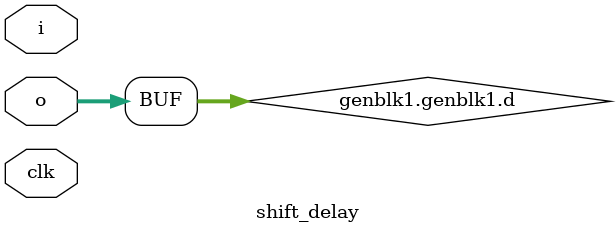
<source format=v>
`timescale 1ns/1ps
/****************************************************************
* Auther : CYabner
* Mail   : hn.cy@foxmail.com
* Time   : 2019.02.14
* Design :
* Description :
****************************************************************/

module shift_delay
#(
    parameter integer DELAY    = 1,
    parameter integer BITWIDTH = 8
)(
    input                    clk,
    input   [BITWIDTH-1 : 0] i,
    input   [BITWIDTH-1 : 0] o
);

generate
    if(DELAY == 0) begin
        assign o = i;
    end
    else if(DELAY == 1) begin
        reg [BITWIDTH-1 : 0] d = {BITWIDTH{1'd0}};
        always @ (posedge clk) begin
            d <= i;
        end
        assign o = d;
    end
    else begin
        reg [BITWIDTH*DELAY-1 : 0] d = {(BITWIDTH*DELAY){1'd0}};
        always @ (posedge clk) begin
            d <= {d[BITWIDTH*(DELAY-1)-1 : 0],i};
        end
        assign o = d[BITWIDTH*DELAY-1 : BITWIDTH*(DELAY-1)];
    end
endgenerate

endmodule
</source>
